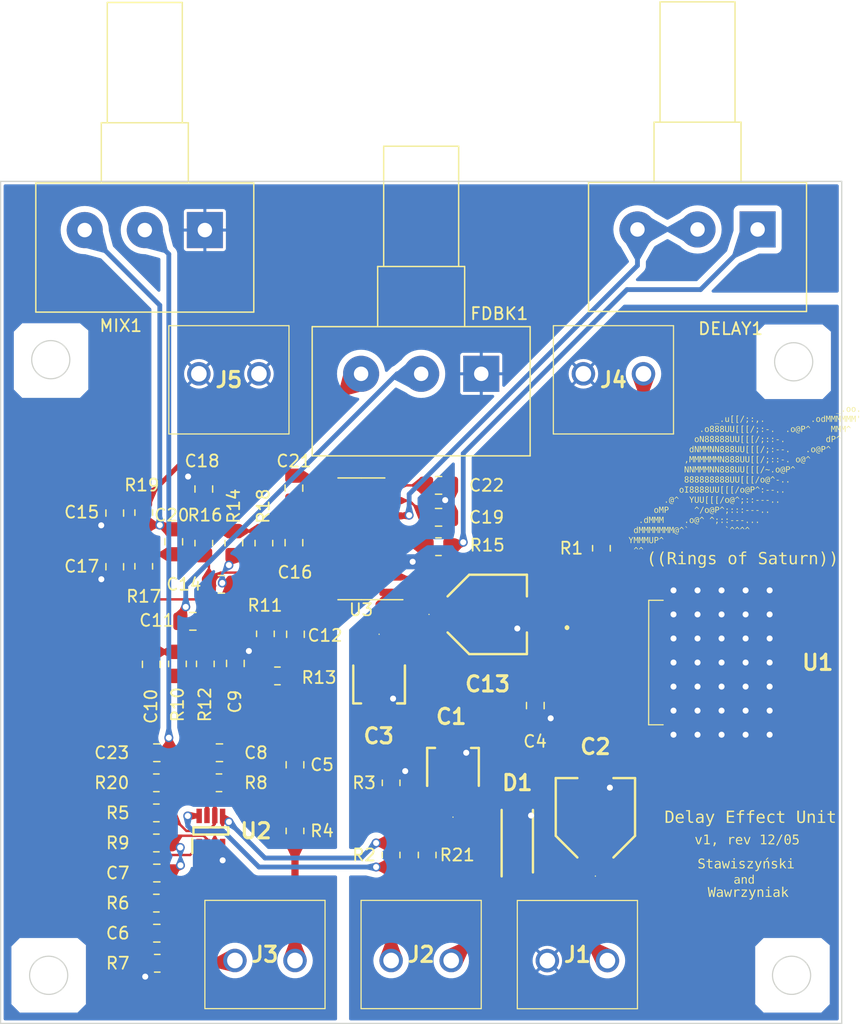
<source format=kicad_pcb>
(kicad_pcb (version 20221018) (generator pcbnew)
  (layers (0 "F.Cu" signal) (31 "B.Cu" signal) (34 "B.Paste" user) (35 "F.Paste" user) (36 "B.SilkS" user "B.Silkscreen") (37 "F.SilkS" user "F.Silkscreen") (38 "B.Mask" user) (39 "F.Mask" user) (44 "Edge.Cuts" user))
  (net 0 "")
  (net 1 "/V_B")
  (net 2 "0")
  (net 3 "/+LED")
  (net 4 "/REG_OUT")
  (net 5 "Net-(C5-Pad1)")
  (net 6 "Net-(C5-Pad2)")
  (net 7 "/INPUT")
  (net 8 "Net-(C6-Pad2)")
  (net 9 "Net-(U2A--)")
  (net 10 "/SIGNAL_CLEAN")
  (net 11 "Net-(U2B--)")
  (net 12 "Net-(C9-Pad1)")
  (net 13 "Net-(C10-Pad1)")
  (net 14 "Net-(C11-Pad1)")
  (net 15 "Net-(C11-Pad2)")
  (net 16 "Net-(U3-LPF1-IN)")
  (net 17 "Net-(U3-LPF1-OUT)")
  (net 18 "Net-(U3-REF)")
  (net 19 "Net-(U3-LPF2-OUT)")
  (net 20 "Net-(U3-LPF2-IN)")
  (net 21 "Net-(C15-Pad1)")
  (net 22 "Net-(U3-OP2-OUT)")
  (net 23 "Net-(U3-OP2-IN)")
  (net 24 "Net-(C17-Pad2)")
  (net 25 "Net-(C18-Pad2)")
  (net 26 "Net-(U3-CC1)")
  (net 27 "Net-(C20-Pad2)")
  (net 28 "Net-(U3-OP1-IN)")
  (net 29 "Net-(U3-OP1-OUT)")
  (net 30 "Net-(U3-CC0)")
  (net 31 "Net-(C23-Pad1)")
  (net 32 "/SIGNAL_WET")
  (net 33 "/-LED")
  (net 34 "Net-(D2-A)")
  (net 35 "Net-(DELAY1-Pad1)")
  (net 36 "Net-(U3-VCO)")
  (net 37 "/OUTPUT")
  (net 38 "VDD")
  (net 39 "Net-(U3-DGND)")
  (footprint "Resistor_SMD:R_0805_2012Metric_Pad1.20x1.40mm_HandSolder" (layer "F.Cu") (at 131.911 100.075 -90)
    (fp_text reference "R16")
    (fp_text value "10k" hide)
  )
  (footprint "Resistor_SMD:R_0805_2012Metric_Pad1.20x1.40mm_HandSolder" (layer "F.Cu") (at 165 100.5 -90)
    (fp_text reference "R1")
    (fp_text value "33" hide)
  )
  (footprint "Capacitor_SMD:C_0805_2012Metric_Pad1.18x1.45mm_HandSolder" (layer "F.Cu") (at 128 127.5 180)
    (fp_text reference "C7")
    (fp_text value "47pF" hide)
  )
  (footprint "Terminal:TB00150002BE" (layer "F.Cu") (at 136.5 86 180)
    (fp_text reference "J5")
    (fp_text value "IO_Ground_Terminal_01x02" hide)
  )
  (footprint "Capacitor_SMD:C_0805_2012Metric_Pad1.18x1.45mm_HandSolder" (layer "F.Cu") (at 151.4485 97.9275)
    (fp_text reference "C19")
    (fp_text value "100nF" hide)
  )
  (footprint "Capacitor_SMD:C_0805_2012Metric_Pad1.18x1.45mm_HandSolder" (layer "F.Cu") (at 139.5375 107.65 -90)
    (fp_text reference "C12")
    (fp_text value "2n2" hide)
  )
  (footprint "Resistor_SMD:R_0805_2012Metric_Pad1.20x1.40mm_HandSolder" (layer "F.Cu") (at 126.911 97.5375 -90)
    (fp_text reference "R19")
    (fp_text value "2k" hide)
  )
  (footprint "Resistor_SMD:R_0805_2012Metric_Pad1.20x1.40mm_HandSolder" (layer "F.Cu") (at 127.9625 125 180)
    (fp_text reference "R9")
    (fp_text value "360k" hide)
  )
  (footprint "Resistor_SMD:R_0805_2012Metric_Pad1.20x1.40mm_HandSolder" (layer "F.Cu") (at 138.0375 111.1125)
    (fp_text reference "R13")
    (fp_text value "10k" hide)
  )
  (footprint "Package_SO:SOIC-16_3.9x9.9mm_P1.27mm" (layer "F.Cu") (at 145.025 99.7165 180)
    (fp_text reference "U3")
    (fp_text value "PT2399")
  )
  (footprint "Resistor_SMD:R_0805_2012Metric_Pad1.20x1.40mm_HandSolder" (layer "F.Cu") (at 136.911 100.075 -90)
    (fp_text reference "R18")
    (fp_text value "10k" hide)
  )
  (footprint "Resistor_SMD:R_0805_2012Metric_Pad1.20x1.40mm_HandSolder" (layer "F.Cu") (at 151.439979 100.3715 180)
    (fp_text reference "R15")
    (fp_text value "2k7" hide)
  )
  (footprint "Capacitor_SMD:C_0805_2012Metric_Pad1.18x1.45mm_HandSolder" (layer "F.Cu") (at 139.411 100.0375 90)
    (fp_text reference "C16")
    (fp_text value "100nF" hide)
  )
  (footprint "Diodes:TB00150002BE" (layer "F.Cu") (at 147.5 134.7715)
    (fp_text reference "J2")
    (fp_text value "LED_Socket_01x02" hide)
  )
  (footprint "Capacitor_SMD:C_0805_2012Metric_Pad1.18x1.45mm_HandSolder" (layer "F.Cu") (at 129.411 99.9625 90)
    (fp_text reference "C20")
    (fp_text value "1uF" hide)
  )
  (footprint "Terminal:TB00150002BE" (layer "F.Cu") (at 168.5 86 180)
    (fp_text reference "J4")
    (fp_text value "Power_Supply_Terminal_01x02" hide)
  )
  (footprint "Resistor_SMD:R_0805_2012Metric_Pad1.20x1.40mm_HandSolder" (layer "F.Cu") (at 133.175 119.997 180)
    (fp_text reference "R8")
    (fp_text value "12k" hide)
  )
  (footprint "Resistor_SMD:R_0805_2012Metric_Pad1.20x1.40mm_HandSolder" (layer "F.Cu") (at 134.411 100.075 90)
    (fp_text reference "R14")
    (fp_text value "20k" hide)
  )
  (footprint "Potentiometer_THT:Potentiometer_Alps_RK163_Single_Horizontal" (layer "F.Cu") (at 155 86 -90)
    (fp_text reference "FDBK1")
    (fp_text value "50kB")
  )
  (footprint "Resistor_SMD:R_0805_2012Metric_Pad1.20x1.40mm_HandSolder" (layer "F.Cu") (at 127.9625 122.5)
    (fp_text reference "R5")
    (fp_text value "22k" hide)
  )
  (footprint "Capacitor_SMD:C_0805_2012Metric_Pad1.18x1.45mm_HandSolder" (layer "F.Cu") (at 133.3735 103.5 180)
    (fp_text reference "C14")
    (fp_text value "2n2" hide)
  )
  (footprint "Capacitor:EEE1AA101SP" (layer "F.Cu") (at 155.5 106)
    (fp_text reference "C13")
    (fp_text value "47uF" hide)
  )
  (footprint "Ic:SOT65P280X110-8N" (layer "F.Cu") (at 132.5 124 90)
    (fp_text reference "U2")
    (fp_text value "TL072" hide)
  )
  (footprint "Capacitor_SMD:C_0805_2012Metric_Pad1.18x1.45mm_HandSolder" (layer "F.Cu") (at 128 117.5 180)
    (fp_text reference "C23")
    (fp_text value "1uF" hide)
  )
  (footprint "Capacitor_SMD:C_0805_2012Metric_Pad1.18x1.45mm_HandSolder" (layer "F.Cu") (at 124.5 97.575 -90)
    (fp_text reference "C15")
    (fp_text value "47nF" hide)
  )
  (footprint "Resistor_SMD:R_0805_2012Metric_Pad1.20x1.40mm_HandSolder" (layer "F.Cu") (at 127.9625 130)
    (fp_text reference "R6")
    (fp_text value "180k" hide)
  )
  (footprint "Resistor_SMD:R_0805_2012Metric_Pad1.20x1.40mm_HandSolder" (layer "F.Cu") (at 139.5 124 -90)
    (fp_text reference "R4")
    (fp_text value "1k" hide)
  )
  (footprint "Capacitor:EEE1AA220WR" (layer "F.Cu") (at 146.5 111.25 -90)
    (fp_text reference "C3")
    (fp_text value "10uF" hide)
  )
  (footprint "Capacitor_SMD:C_0805_2012Metric_Pad1.18x1.45mm_HandSolder" (layer "F.Cu") (at 124.5 102.0375 90)
    (fp_text reference "C17")
    (fp_text value "10nF" hide)
  )
  (footprint "Resistor_SMD:R_0805_2012Metric_Pad1.20x1.40mm_HandSolder" (layer "F.Cu") (at 132.0375 110.1125 90)
    (fp_text reference "R12")
    (fp_text value "5k1" hide)
  )
  (footprint "Resistor_SMD:R_0805_2012Metric_Pad1.20x1.40mm_HandSolder" (layer "F.Cu") (at 150.5 126 90)
    (fp_text reference "R21")
    (fp_text value "4k7" hide)
  )
  (footprint "Capacitor_SMD:C_0805_2012Metric_Pad1.18x1.45mm_HandSolder" (layer "F.Cu") (at 131 106.575 180)
    (fp_text reference "C11")
    (fp_text value "22nF" hide)
  )
  (footprint "Diodes:DIOM5226X240N" (layer "F.Cu") (at 158 124.85 90)
    (fp_text reference "D1")
    (fp_text value "1N4001" hide)
  )
  (footprint "Capacitor_SMD:C_0805_2012Metric_Pad1.18x1.45mm_HandSolder" (layer "F.Cu") (at 131.911 95.575 -90)
    (fp_text reference "C18")
    (fp_text value "15nF" hide)
  )
  (footprint "Resistor_SMD:R_0805_2012Metric_Pad1.20x1.40mm_HandSolder" (layer "F.Cu") (at 128.0375 135 180)
    (fp_text reference "R7")
    (fp_text value "1M" hide)
  )
  (footprint "Capacitor_SMD:C_0805_2012Metric_Pad1.18x1.45mm_HandSolder" (layer "F.Cu") (at 139.411 95.504 90)
    (fp_text reference "C21")
    (fp_text value "100nF" hide)
  )
  (footprint "Ic:L7805CD2T" (layer "F.Cu") (at 170.138 110 -90)
    (fp_text reference "U1")
    (fp_text value "L7805" hide)
  )
  (footprint "Terminal:TB00150002BE" (layer "F.Cu") (at 134.5 134.7695)
    (fp_text reference "J3")
    (fp_text value "Footswitch_Terminal_Signal_01x02" hide)
  )
  (footprint "Resistor_SMD:R_0805_2012Metric_Pad1.20x1.40mm_HandSolder" (layer "F.Cu") (at 129.718 110.1125 90)
    (fp_text reference "R10")
    (fp_text value "10k" hide)
  )
  (footprint "Resistor_SMD:R_0805_2012Metric_Pad1.20x1.40mm_HandSolder" (layer "F.Cu") (at 147.5 120 90)
    (fp_text reference "R3")
    (fp_text value "10k" hide)
  )
  (footprint "Resistor_SMD:R_0805_2012Metric_Pad1.20x1.40mm_HandSolder" (layer "F.Cu") (at 127.9625 120 180)
    (fp_text reference "R20")
    (fp_text value "20k" hide)
  )
  (footprint "Capacitor:EEE1AA220WR" (layer "F.Cu") (at 152.64856 119.25 90)
    (fp_text reference "C1")
    (fp_text value "10uF" hide)
  )
  (footprint "Resistor_SMD:R_0805_2012Metric_Pad1.20x1.40mm_HandSolder" (layer "F.Cu") (at 126.911 102 90)
    (fp_text reference "R17")
    (fp_text value "1k" hide)
  )
  (footprint "Capacitor_SMD:C_0805_2012Metric_Pad1.18x1.45mm_HandSolder" (layer "F.Cu") (at 159.5 113.5775 -90)
    (fp_text reference "C4")
    (fp_text value "100nF" hide)
  )
  (footprint "Capacitor_SMD:C_0805_2012Metric_Pad1.18x1.45mm_HandSolder" (layer "F.Cu") (at 133.2125 117.5 180)
    (fp_text reference "C8")
    (fp_text value "100pF" hide)
  )
  (footprint "Capacitor_SMD:C_0805_2012Metric_Pad1.18x1.45mm_HandSolder" (layer "F.Cu") (at 134.5375 110.075 90)
    (fp_text reference "C9")
    (fp_text value "4n7" hide)
  )
  (footprint "Capacitor_SMD:C_0805_2012Metric_Pad1.18x1.45mm_HandSolder" (layer "F.Cu") (at 151.4485 95.2715)
    (fp_text reference "C22")
    (fp_text value "100nF" hide)
  )
  (footprint "Capacitor_SMD:C_0805_2012Metric_Pad1.18x1.45mm_HandSolder" (layer "F.Cu") (at 128 132.5 180)
    (fp_text reference "C6")
    (fp_text value "22nF" hide)
  )
  (footprint "Capacitor:EEE1AA101SP" (layer "F.Cu") (at 164.5 122.9055 90)
    (fp_text reference "C2")
    (fp_text value "100uF" hide)
  )
  (footprint "Potentiometer_THT:Potentiometer_Alps_RK163_Single_Horizontal" (layer "F.Cu") (at 132 74.05 -90)
    (fp_text reference "MIX1")
    (fp_text value "50kB")
  )
  (footprint "Terminal:TB00150002BE" (layer "F.Cu") (at 160.5 134.7795)
    (fp_text reference "J1")
    (fp_text value "Footswitch_Terminal_01x02" hide)
  )
  (footprint "Capacitor_SMD:C_0805_2012Metric_Pad1.18x1.45mm_HandSolder" (layer "F.Cu") (at 139.5 118.5 -90)
    (fp_text reference "C5")
    (fp_text value "1uF" hide)
  )
  (footprint "Capacitor_SMD:C_0805_2012Metric_Pad1.18x1.45mm_HandSolder" (layer "F.Cu") (at 127.5375 110.15 -90)
    (fp_text reference "C10")
    (fp_text value "1uF" hide)
  )
  (footprint "Potentiometer_THT:Potentiometer_Alps_RK163_Single_Horizontal" (layer "F.Cu") (at 178 74 -90)
    (fp_text reference "DELAY1")
    (fp_text value "50kB")
  )
  (footprint "Resistor_SMD:R_0805_2012Metric_Pad1.20x1.40mm_HandSolder" (layer "F.Cu") (at 147.5 126 -90)
    (fp_text reference "R2")
    (fp_text value "10k" hide)
  )
  (footprint "Resistor_SMD:R_0805_2012Metric_Pad1.20x1.40mm_HandSolder" (layer "F.Cu") (at 137.0375 107.6125 90)
    (fp_text reference "R11")
    (fp_text value "10k" hide)
  )
  (gr_circle (center 181 85) (end 182.5875 85) (stroke (width 0.1)) (fill none) (layer "Edge.Cuts"))
  (gr_circle (center 119.175 84.825) (end 120.7625 84.825) (stroke (width 0.1)) (fill none) (layer "Edge.Cuts"))
  (gr_line (start 115 70) (end 115 140) (stroke (width 0.1)) (layer "Edge.Cuts"))
  (gr_line (start 115 140) (end 185 140) (stroke (width 0.1)) (layer "Edge.Cuts"))
  (gr_line (start 185 140) (end 185 70) (stroke (width 0.1)) (layer "Edge.Cuts"))
  (gr_circle (center 180.825 136) (end 182.4125 136) (stroke (width 0.1)) (fill none) (layer "Edge.Cuts"))
  (gr_circle (center 119 136) (end 120.5875 136) (stroke (width 0.1)) (fill none) (layer "Edge.Cuts"))
  (gr_line (start 185 70) (end 115 70) (stroke (width 0.1)) (layer "Edge.Cuts"))
  (gr_text "Delay Effect Unit" (at 170.25 123.5) (layer "F.SilkS") (effects (font (size 1 1)) (justify left bottom)))
  (gr_text "Wawrzyniak" (at 173.849548 129.618023) (layer "F.SilkS") (effects (font (size 0.8 0.8)) (justify left bottom)))
  (gr_text "Stawiszyński" (at 173 127.25) (layer "F.SilkS") (effects (font (size 0.8 0.8)) (justify left bottom)))
  (gr_text "and" (at 176 128.5) (layer "F.SilkS") (effects (font (size 0.7 0.7)) (justify left bottom)))
  (gr_text "                                         _.oo.\n                 _.u[[/;:,.         .odMMMMMM'\n              .o888UU[[[/;:-.  .o@P^    MMM^\n             oN88888UU[[[/;::-.        dP^\n            dNMMNN888UU[[[/;:--.   .o@P^\n           ,MMMMMMN888UU[[/;::-. o@^\n           NNMMMNN888UU[[[/~.o@P^\n           888888888UU[[[/o@^-..\n          oI8888UU[[[/o@P^:--..\n       .@^  YUU[[[/o@^;::---..\n     oMP     ^/o@P^;:::---..\n  .dMMM    .o@^ ^;::---...\n dMMMMMMM@^`       `^^^^\nYMMMUP^\n ^^" (at 167.25 101) (layer "F.SilkS") (effects (font (size 0.5 0.5) (thickness 0.0625)) (justify left bottom)))
  (gr_text "((Rings of Saturn))" (at 168.75 102) (layer "F.SilkS") (effects (font (size 1 1)) (justify left bottom)))
  (gr_text "v1, rev 12/05" (at 172.75 125.25) (layer "F.SilkS") (effects (font (size 0.8 0.8)) (justify left bottom)))
  (segment (start 133.475 122.75) (end 133.5 122.75) (width 0.4) (layer "F.Cu") (net 1))
  (segment (start 133.475 123.7) (end 132.825 124.35) (width 0.2) (layer "F.Cu") (net 1))
  (segment (start 133.5 122.75) (end 134 123.25) (width 0.4) (layer "F.Cu") (net 1))
  (segment (start 147.5 121) (end 152.64856 121) (width 0.6) (layer "F.Cu") (net 1))
  (segment (start 147.5 125) (end 146.25 125) (width 0.4) (layer "F.Cu") (net 1))
  (segment (start 133.475 122.75) (end 133.475 123.7) (width 0.2) (layer "F.Cu") (net 1))
  (segment (start 147.5 125) (end 147.5 121) (width 0.6) (layer "F.Cu") (net 1))
  (segment (start 132.825 124.35) (end 132.825 125.25) (width 0.2) (layer "F.Cu") (net 1))
  (via (at 134 123.25) (size 0.75) (drill 0.5) (layers "F.Cu" "B.Cu") (net 1))
  (via (at 146.25 125) (size 0.75) (drill 0.5) (layers "F.Cu" "B.Cu") (net 1))
  (segment (start 145 126.25) (end 137 126.25) (width 0.4) (layer "B.Cu") (net 1))
  (segment (start 146.25 125) (end 145 126.25) (width 0.4) (layer "B.Cu") (net 1))
  (segment (start 137 126.25) (end 134 123.25) (width 0.4) (layer "B.Cu") (net 1))
  (segment (start 133.475 126.437735) (end 133.478803 126.441538) (width 0.4) (layer "F.Cu") (net 2))
  (segment (start 131.911 94.5375) (end 130.605384 94.5375) (width 0.4) (layer "F.Cu") (net 2))
  (segment (start 158 106) (end 158 107.16798) (width 0.4) (layer "F.Cu") (net 2))
  (segment (start 130.605384 94.5375) (end 130.601923 94.540961) (width 0.4) (layer "F.Cu") (net 2))
  (segment (start 160.758365 114.615) (end 160.777884 114.634519) (width 0.4) (layer "F.Cu") (net 2))
  (segment (start 147.5 119) (end 148.64625 119) (width 0.4) (layer "F.Cu") (net 2))
  (segment (start 127.0375 135) (end 127.0375 136.109165) (width 0.4) (layer "F.Cu") (net 2))
  (segment (start 147.5 101.6215) (end 149.292269 101.6215) (width 0.4) (layer "F.Cu") (net 2))
  (segment (start 159.5 114.615) (end 160.758365 114.615) (width 0.4) (layer "F.Cu") (net 2))
  (segment (start 124.5 98.6125) (end 123.391923 98.6125) (width 0.4) (layer "F.Cu") (net 2))
  (segment (start 124.5 103.075) (end 123.385672 103.075) (width 0.4) (layer "F.Cu") (net 2))
  (segment (start 148.64625 119) (end 148.672211 119.025961) (width 0.4) (layer "F.Cu") (net 2))
  (segment (start 135.6575 109.0375) (end 135.66173 109.04173) (width 0.4) (layer "F.Cu") (net 2))
  (segment (start 146.5 113) (end 147.660576 113) (width 0.4) (layer "F.Cu") (net 2))
  (segment (start 147.660576 113) (end 147.66173 112.998846) (width 0.4) (layer "F.Cu") (net 2))
  (segment (start 152.486 96.5) (end 152.486 97.9275) (width 0.4) (layer "F.Cu") (net 2))
  (segment (start 164.5 120.4055) (end 165.701807 120.4055) (width 0.4) (layer "F.Cu") (net 2))
  (segment (start 152.486 96.5) (end 152 96.5) (width 0.4) (layer "F.Cu") (net 2))
  (segment (start 133.475 125.25) (end 133.475 126.437735) (width 0.4) (layer "F.Cu") (net 2))
  (segment (start 158 122.7) (end 159.126731 122.7) (width 0.4) (layer "F.Cu") (net 2))
  (segment (start 165.701807 120.4055) (end 165.705288 120.402019) (width 0.4) (layer "F.Cu") (net 2))
  (segment (start 152.64856 117.5) (end 153.75 117.5) (width 0.4) (layer "F.Cu") (net 2))
  (segment (start 134.5375 109.0375) (end 135.6575 109.0375) (width 0.4) (layer "F.Cu") (net 2))
  (segment (start 127.0375 136.109165) (end 127.036153 136.110512) (width 0.4) (layer "F.Cu") (net 2))
  (segment (start 152.486 95.2715) (end 152.486 96.5) (width 0.4) (layer "F.Cu") (net 2))
  (segment (start 123.385672 103.075) (end 123.384519 103.076153) (width 0.4) (layer "F.Cu") (net 2))
  (segment (start 158 107.16798) (end 158.000769 107.168749) (width 0.4) (layer "F.Cu") (net 2))
  (segment (start 123.391923 98.6125) (end 123.374038 98.594615) (width 0.4) (layer "F.Cu") (net 2))
  (segment (start 159.126731 122.7) (end 159.144615 122.717884) (width 0.4) (layer "F.Cu") (net 2))
  (segment (start 149.292269 101.6215) (end 149.292884 101.622115) (width 0.4) (layer "F.Cu") (net 2))
  (via (at 135.66173 109.04173) (size 0.75) (drill 0.5) (layers "F.Cu" "B.Cu") (net 2))
  (via (at 175 108) (size 0.75) (drill 0.5) (layers "F.Cu" "B.Cu") (net 2))
  (via (at 173 106) (size 0.75) (drill 0.5) (layers "F.Cu" "B.Cu") (net 2))
  (via (at 153.75 117.5) (size 0.75) (drill 0.5) (layers "F.Cu" "B.Cu") (net 2))
  (via (at 158.000769 107.168749) (size 0.75) (drill 0.5) (layers "F.Cu" "B.Cu") (net 2))
  (via (at 179 112) (size 0.75) (drill 0.5) (layers "F.Cu" "B.Cu") (net 2))
  (via (at 171 112) (size 0.75) (drill 0.5) (layers "F.Cu" "B.Cu") (net 2))
  (via (at 171 116) (size 0.75) (drill 0.5) (layers "F.Cu" "B.Cu") (net 2))
  (via (at 177 108) (size 0.75) (drill 0.5) (layers "F.Cu" "B.Cu") (net 2))
  (via (at 171 110) (size 0.75) (drill 0.5) (layers "F.Cu" "B.Cu") (net 2))
  (via (at 173 108) (size 0.75) (drill 0.5) (layers "F.Cu" "B.Cu") (net 2))
  (via (at 149.292884 101.622115) (size 0.75) (drill 0.5) (layers "F.Cu" "B.Cu") (net 2))
  (via (at 177 116) (size 0.75) (drill 0.5) (layers "F.Cu" "B.Cu") (net 2))
  (via (at 123.374038 98.594615) (size 0.75) (drill 0.5) (layers "F.Cu" "B.Cu") (net 2))
  (via (at 179 110) (size 0.75) (drill 0.5) (layers "F.Cu" "B.Cu") (net 2))
  (via (at 175 114) (size 0.75) (drill 0.5) (layers "F.Cu" "B.Cu") (net 2))
  (via (at 133.478803 126.441538) (size 0.75) (drill 0.5) (layers "F.Cu" "B.Cu") (net 2))
  (via (at 130.601923 94.540961) (size 0.75) (drill 0.5) (layers "F.Cu" "B.Cu") (net 2))
  (via (at 173 114) (size 0.75) (drill 0.5) (layers "F.Cu" "B.Cu") (net 2))
  (via (at 127.036153 136.110512) (size 0.75) (drill 0.5) (layers "F.Cu" "B.Cu") (net 2))
  (via (at 179 106) (size 0.75) (drill 0.5) (layers "F.Cu" "B.Cu") (net 2))
  (via (at 171 108) (size 0.75) (drill 0.5) (layers "F.Cu" "B.Cu") (net 2))
  (via (at 177 106) (size 0.75) (drill 0.5) (layers "F.Cu" "B.Cu") (net 2))
  (via (at 179 116) (size 0.75) (drill 0.5) (layers "F.Cu" "B.Cu") (net 2))
  (via (at 175 112) (size 0.75) (drill 0.5) (layers "F.Cu" "B.Cu") (net 2))
  (via (at 171 106) (size 0.75) (drill 0.5) (layers "F.Cu" "B.Cu") (net 2))
  (via (at 152 96.5) (size 0.75) (drill 0.5) (layers "F.Cu" "B.Cu") (net 2))
  (via (at 177 114) (size 0.75) (drill 0.5) (layers "F.Cu" "B.Cu") (net 2))
  (via (at 179 108) (size 0.75) (drill 0.5) (layers "F.Cu" "B.Cu") (net 2))
  (via (at 171 114) (size 0.75) (drill 0.5) (layers "F.Cu" "B.Cu") (net 2))
  (via (at 179 114) (size 0.75) (drill 0.5) (layers "F.Cu" "B.Cu") (net 2))
  (via (at 175 104) (size 0.75) (drill 0.5) (layers "F.Cu" "B.Cu") (net 2))
  (via (at 173 110) (size 0.75) (drill 0.5) (layers "F.Cu" "B.Cu") (net 2))
  (via (at 173 116) (size 0.75) (drill 0.5) (layers "F.Cu" "B.Cu") (net 2))
  (via (at 173 104) (size 0.75) (drill 0.5) (layers "F.Cu" "B.Cu") (net 2))
  (via (at 179 104) (size 0.75) (drill 0.5) (layers "F.Cu" "B.Cu") (net 2))
  (via (at 165.705288 120.402019) (size 0.75) (drill 0.5) (layers "F.Cu" "B.Cu") (net 2))
  (via (at 148.672211 119.025961) (size 0.75) (drill 0.5) (layers "F.Cu" "B.Cu") (net 2))
  (via (at 175 110) (size 0.75) (drill 0.5) (layers "F.Cu" "B.Cu") (net 2))
  (via (at 123.384519 103.076153) (size 0.75) (drill 0.5) (layers "F.Cu" "B.Cu") (net 2))
  (via (at 175 116) (size 0.75) (drill 0.5) (layers "F.Cu" "B.Cu") (net 2))
  (via (at 159.144615 122.717884) (size 0.75) (drill 0.5) (layers "F.Cu" "B.Cu") (net 2))
  (via (at 173 112) (size 0.75) (drill 0.5) (layers "F.Cu" "B.Cu") (net 2))
  (via (at 177 112) (size 0.75) (drill 0.5) (layers "F.Cu" "B.Cu") (net 2))
  (via (at 177 104) (size 0.75) (drill 0.5) (layers "F.Cu" "B.Cu") (net 2))
  (via (at 175 106) (size 0.75) (drill 0.5) (layers "F.Cu" "B.Cu") (net 2))
  (via (at 160.777884 114.634519) (size 0.75) (drill 0.5) (layers "F.Cu" "B.Cu") (net 2))
  (via (at 171 104) (size 0.75) (drill 0.5) (layers "F.Cu" "B.Cu") (net 2))
  (via (at 177 110) (size 0.75) (drill 0.5) (layers "F.Cu" "B.Cu") (net 2))
  (via (at 147.66173 112.998846) (size 0.75) (drill 0.5) (layers "F.Cu" "B.Cu") (net 2))
  (segment (start 165 107.46) (end 168 110.46) (width 0.6) (layer "F.Cu") (net 3))
  (segment (start 147.5 134.7715) (end 147.5 127) (width 0.6) (layer "F.Cu") (net 3))
  (segment (start 130.581537 122.75) (end 130.575961 122.755576) (width 0.4) (layer "F.Cu") (net 3))
  (segment (start 162.9055 127) (end 158 127) (width 0.6) (layer "F.Cu") (net 3))
  (segment (start 168 110.46) (end 168 121.9055) (width 0.6) (layer "F.Cu") (net 3))
  (segment (start 147.5 127) (end 146.25 127) (width 0.4) (layer "F.Cu") (net 3))
  (segment (start 164.5 125.4055) (end 162.9055 127) (width 0.6) (layer "F.Cu") (net 3))
  (segment (start 150.5 127) (end 158 127) (width 0.6) (layer "F.Cu") (net 3))
  (segment (start 165 101.5) (end 165 107.46) (width 0.6) (layer "F.Cu") (net 3))
  (segment (start 131.525 122.75) (end 130.581537 122.75) (width 0.4) (layer "F.Cu") (net 3))
  (segment (start 150.5 127) (end 147.5 127) (width 0.6) (layer "F.Cu") (net 3))
  (segment (start 168 121.9055) (end 164.5 125.4055) (width 0.6) (layer "F.Cu") (net 3))
  (via (at 130.575961 122.755576) (size 0.75) (drill 0.5) (layers "F.Cu" "B.Cu") (net 3))
  (via (at 146.25 127) (size 0.75) (drill 0.5) (layers "F.Cu" "B.Cu") (net 3))
  (segment (start 133.5 124) (end 136.5 127) (width 0.4) (layer "B.Cu") (net 3))
  (segment (start 131 124) (end 133.5 124) (width 0.4) (layer "B.Cu") (net 3))
  (segment (start 130.575961 123.575961) (end 131 124) (width 0.4) (layer "B.Cu") (net 3))
  (segment (start 136.5 127) (end 146.25 127) (width 0.4) (layer "B.Cu") (net 3))
  (segment (start 130.575961 122.755576) (end 130.575961 123.575961) (width 0.4) (layer "B.Cu") (net 3))
  (segment (start 149.54 112.54) (end 146.5 109.5) (width 0.6) (layer "F.Cu") (net 4))
  (segment (start 159.5 112.54) (end 149.54 112.54) (width 0.6) (layer "F.Cu") (net 4))
  (segment (start 165 112.54) (end 159.5 112.54) (width 0.6) (layer "F.Cu") (net 4))
  (segment (start 146.5 105.1615) (end 147.5 104.1615) (width 0.6) (layer "F.Cu") (net 4))
  (segment (start 146.5 109.5) (end 146.5 105.1615) (width 0.6) (layer "F.Cu") (net 4))
  (segment (start 138.0375 116) (end 133.675 116) (width 0.6) (layer "F.Cu") (net 5))
  (segment (start 132.175 119.997) (end 132.175 122.75) (width 0.2) (layer "F.Cu") (net 5))
  (segment (start 139.5 117.4625) (end 138.0375 116) (width 0.6) (layer "F.Cu") (net 5))
  (segment (start 132.175 119.997) (end 132.175 117.5) (width 0.2) (layer "F.Cu") (net 5))
  (segment (start 133.675 116) (end 132.175 117.5) (width 0.6) (layer "F.Cu") (net 5))
  (segment (start 139.5 123) (end 139.5 119.5375) (width 0.6) (layer "F.Cu") (net 6))
  (segment (start 134.2695 135) (end 134.5 134.7695) (width 0.6) (layer "F.Cu") (net 7))
  (segment (start 129.0375 135) (end 129.0375 132.5) (width 0.2) (layer "F.Cu") (net 7))
  (segment (start 129 135) (end 134.2695 135) (width 0.6) (layer "F.Cu") (net 7))
  (segment (start 126.9625 132.5) (end 126.9625 130) (width 0.2) (layer "F.Cu") (net 8))
  (segment (start 128.9625 125) (end 129.5625 124.4) (width 0.2) (layer "F.Cu") (net 9))
  (segment (start 129.575461 125) (end 129.950961 125.3755) (width 0.2) (layer "F.Cu") (net 9))
  (segment (start 128.9625 127.575) (end 129.0375 127.5) (width 0.2) (layer "F.Cu") (net 9))
  (segment (start 129.5625 124.4) (end 131.9 124.4) (width 0.2) (layer "F.Cu") (net 9))
  (segment (start 129.327307 127.5) (end 129.968846 126.858461) (width 0.2) (layer "F.Cu") (net 9))
  (segment (start 132.175 124.675) (end 132.175 125.25) (width 0.2) (layer "F.Cu") (net 9))
  (segment (start 131.9 124.4) (end 132.175 124.675) (width 0.2) (layer "F.Cu") (net 9))
  (segment (start 128.9625 130) (end 128.9625 127.575) (width 0.2) (layer "F.Cu") (net 9))
  (segment (start 129.0375 127.5) (end 129.327307 127.5) (width 0.2) (layer "F.Cu") (net 9))
  (segment (start 128.9625 125) (end 129.575461 125) (width 0.2) (layer "F.Cu") (net 9))
  (via (at 129.950961 125.3755) (size 0.75) (drill 0.5) (layers "F.Cu" "B.Cu") (net 9))
  (via (at 129.968846 126.858461) (size 0.75) (drill 0.5) (layers "F.Cu" "B.Cu") (net 9))
  (segment (start 129.968846 126.858461) (end 129.968846 125.393385) (width 0.2) (layer "B.Cu") (net 9))
  (segment (start 129.968846 125.393385) (end 129.950961 125.3755) (width 0.2) (layer "B.Cu") (net 9))
  (segment (start 125.643713 112.356287) (end 125.643713 121.181213) (width 0.2) (layer "F.Cu") (net 10))
  (segment (start 125.643713 121.181213) (end 126.9625 122.5) (width 0.2) (layer "F.Cu") (net 10))
  (segment (start 130.775 126) (end 127.9625 126) (width 0.2) (layer "F.Cu") (net 10))
  (segment (start 131.525 125.25) (end 130.775 126) (width 0.2) (layer "F.Cu") (net 10))
  (segment (start 126.9625 125) (end 126.9625 122.5) (width 0.2) (layer "F.Cu") (net 10))
  (segment (start 126.8125 111.1875) (end 125.643713 112.356287) (width 0.2) (layer "F.Cu") (net 10))
  (segment (start 127.5375 111.1875) (end 126.8125 111.1875) (width 0.2) (layer "F.Cu") (net 10))
  (segment (start 126.9625 127.5) (end 126.9625 126.25) (width 0.2) (layer "F.Cu") (net 10))
  (segment (start 126.9625 126.25) (end 126.9625 125) (width 0.2) (layer "F.Cu") (net 10))
  (segment (start 127.9625 126) (end 126.9625 125) (width 0.2) (layer "F.Cu") (net 10))
  (segment (start 134.25 119.922) (end 134.175 119.997) (width 0.2) (layer "F.Cu") (net 11))
  (segment (start 134.175 119.997) (end 132.825 121.347) (width 0.2) (layer "F.Cu") (net 11))
  (segment (start 134.25 117.5) (end 134.25 119.922) (width 0.2) (layer "F.Cu") (net 11))
  (segment (start 132.825 121.347) (end 132.825 122.75) (width 0.2) (layer "F.Cu") (net 11))
  (segment (start 128.9625 120) (end 128.9625 122.5) (width 0.2) (layer "F.Cu") (net 11))
  (segment (start 130.4625 124) (end 132.25 124) (width 0.2) (layer "F.Cu") (net 11))
  (segment (start 128.9625 122.5) (end 130.4625 124) (width 0.2) (layer "F.Cu") (net 11))
  (segment (start 132.825 123.425) (end 132.825 122.75) (width 0.2) (layer "F.Cu") (net 11))
  (segment (start 132.25 124) (end 132.825 123.425) (width 0.2) (layer "F.Cu") (net 11))
  (segment (start 129.718 111.1125) (end 137.0375 111.1125) (width 0.2) (layer "F.Cu") (net 12))
  (segment (start 137.0375 111.1125) (end 137.0375 108.6125) (width 0.2) (layer "F.Cu") (net 12))
  (segment (start 127.5375 109.1125) (end 129.718 109.1125) (width 0.2) (layer "F.Cu") (net 13))
  (segment (start 132.0375 106.575) (end 132.0375 109.1125) (width 0.2) (layer "F.Cu") (net 14))
  (segment (start 129.9625 105.821615) (end 130.409615 105.3745) (width 0.4) (layer "F.Cu") (net 15))
  (segment (start 129.9625 106.575) (end 129.9625 105.821615) (width 0.4) (layer "F.Cu") (net 15))
  (via (at 130.409615 105.3745) (size 0.75) (drill 0.5) (layers "F.Cu" "B.Cu") (net 15))
  (segment (start 148 86) (end 150 86) (width 0.4) (layer "B.Cu") (net 15))
  (segment (start 130.409615 103.590385) (end 148 86) (width 0.4) (layer "B.Cu") (net 15))
  (segment (start 130.409615 105.3745) (end 130.409615 103.590385) (width 0.4) (layer "B.Cu") (net 15))
  (segment (start 139.5375 106.6125) (end 140.099 106.6125) (width 0.2) (layer "F.Cu") (net 16))
  (segment (start 140.099 106.6125) (end 142.55 104.1615) (width 0.2) (layer "F.Cu") (net 16))
  (segment (start 137.0375 106.6125) (end 139.5375 106.6125) (width 0.2) (layer "F.Cu") (net 16))
  (segment (start 140.2625 108.6875) (end 144 104.95) (width 0.2) (layer "F.Cu") (net 17))
  (segment (start 139.0375 109.15) (end 139.5375 108.65) (width 0.2) (layer "F.Cu") (net 17))
  (segment (start 143.525 102.8915) (end 142.55 102.8915) (width 0.2) (layer "F.Cu") (net 17))
  (segment (start 144 104.95) (end 144 103.3665) (width 0.2) (layer "F.Cu") (net 17))
  (segment (start 139.0375 111.1125) (end 139.0375 109.15) (width 0.2) (layer "F.Cu") (net 17))
  (segment (start 144 103.3665) (end 143.525 102.8915) (width 0.2) (layer "F.Cu") (net 17))
  (segment (start 139.5375 108.6875) (end 140.2625 108.6875) (width 0.2) (layer "F.Cu") (net 17))
  (segment (start 149.8915 102.8915) (end 147.5 102.8915) (width 0.2) (layer "F.Cu") (net 18))
  (segment (start 153 106) (end 149.8915 102.8915) (width 0.2) (layer "F.Cu") (net 18))
  (segment (start 134 101.9005) (end 134 101.486) (width 0.2) (layer "F.Cu") (net 19))
  (segment (start 139.6965 103.5) (end 141.575 101.6215) (width 0.2) (layer "F.Cu") (net 19))
  (segment (start 134.411 103.5) (end 139.6965 103.5) (width 0.2) (layer "F.Cu") (net 19))
  (segment (start 126.911 103) (end 126.911 103.661) (width 0.2) (layer "F.Cu") (net 19))
  (segment (start 133.5605 103.5) (end 133.448 103.3875) (width 0.2) (layer "F.Cu") (net 19))
  (segment (start 141.575 101.6215) (end 142.55 101.6215) (width 0.2) (layer "F.Cu") (net 19))
  (segment (start 134.411 103.5) (end 133.5605 103.5) (width 0.2) (layer "F.Cu") (net 19))
  (segment (start 128 104.75) (end 133.161 104.75) (width 0.2) (layer "F.Cu") (net 19))
  (segment (start 134 101.486) (end 134.411 101.075) (width 0.2) (layer "F.Cu") (net 19))
  (segment (start 126.911 103.661) (end 128 104.75) (width 0.2) (layer "F.Cu") (net 19))
  (segment (start 133.161 104.75) (end 134.411 103.5) (width 0.2) (layer "F.Cu") (net 19))
  (via (at 134 101.9005) (size 0.75) (drill 0.5) (layers "F.Cu" "B.Cu") (net 19))
  (via (at 133.448 103.3875) (size 0.75) (drill 0.5) (layers "F.Cu" "B.Cu") (net 19))
  (segment (start 133.448 102.552) (end 134 102) (width 0.2) (layer "B.Cu") (net 19))
  (segment (start 133.448 103.3875) (end 133.448 102.552) (width 0.2) (layer "B.Cu") (net 19))
  (segment (start 134 102) (end 134 101.9005) (width 0.2) (layer "B.Cu") (net 19))
  (segment (start 132.336 103.5) (end 133.311 102.525) (width 0.2) (layer "F.Cu") (net 20))
  (segment (start 132.336 103.5) (end 132.336 103.25) (width 0.2) (layer "F.Cu") (net 20))
  (segment (start 132.336 103.5) (end 132.336 101.5) (width 0.2) (layer "F.Cu") (net 20))
  (segment (start 139.480608 102.525) (end 141.654108 100.3515) (width 0.2) (layer "F.Cu") (net 20))
  (segment (start 133.311 102.525) (end 139.480608 102.525) (width 0.2) (layer "F.Cu") (net 20))
  (segment (start 141.654108 100.3515) (end 142.55 100.3515) (width 0.2) (layer "F.Cu") (net 20))
  (segment (start 132.336 101.5) (end 131.911 101.075) (width 0.2) (layer "F.Cu") (net 20))
  (segment (start 126.911 96.5375) (end 130.6985 92.75) (width 0.4) (layer "F.Cu") (net 21))
  (segment (start 130.6985 92.75) (end 138.25 92.75) (width 0.4) (layer "F.Cu") (net 21))
  (segment (start 124.5 96.5375) (end 126.911 96.5375) (width 0.2) (layer "F.Cu") (net 21))
  (segment (start 138.25 92.75) (end 145 86) (width 0.4) (layer "F.Cu") (net 21))
  (segment (start 141.442 99.0815) (end 142.55 99.0815) (width 0.2) (layer "F.Cu") (net 22))
  (segment (start 139.411 101.1125) (end 141.442 99.0815) (width 0.2) (layer "F.Cu") (net 22))
  (segment (start 136.911 101.075) (end 139.411 101.075) (width 0.2) (layer "F.Cu") (net 22))
  (segment (start 140.637 97.8115) (end 142.55 97.8115) (width 0.2) (layer "F.Cu") (net 23))
  (segment (start 139.411 99.0375) (end 140.637 97.8115) (width 0.2) (layer "F.Cu") (net 23))
  (segment (start 124.5 101) (end 126.911 101) (width 0.2) (layer "F.Cu") (net 24))
  (segment (start 126.911 101) (end 129.411 101) (width 0.2) (layer "F.Cu") (net 24))
  (segment (start 131.911 99.075) (end 134.411 99.075) (width 0.2) (layer "F.Cu") (net 25))
  (segment (start 131.911 99.075) (end 131.911 96.6125) (width 0.2) (layer "F.Cu") (net 25))
  (segment (start 134.411 99.075) (end 136.911 99.075) (width 0.2) (layer "F.Cu") (net 25))
  (segment (start 150.411 97.9275) (end 149.025 96.5415) (width 0.2) (layer "F.Cu") (net 26))
  (segment (start 149.025 96.5415) (end 147.5 96.5415) (width 0.2) (layer "F.Cu") (net 26))
  (segment (start 126.911 98.575) (end 128.25 98.575) (width 0.2) (layer "F.Cu") (net 27))
  (segment (start 129.061 98.575) (end 129.411 98.925) (width 0.2) (layer "F.Cu") (net 27))
  (segment (start 128.25 98.575) (end 129.061 98.575) (width 0.2) (layer "F.Cu") (net 27))
  (via (at 128.25 98.575) (size 0.75) (drill 0.5) (layers "F.Cu" "B.Cu") (net 27))
  (segment (start 128.25 80.3) (end 128.25 98.575) (width 0.4) (layer "B.Cu") (net 27))
  (segment (start 122 74.05) (end 128.25 80.3) (width 0.4) (layer "B.Cu") (net 27))
  (segment (start 139.411 96.5415) (end 142.55 96.5415) (width 0.2) (layer "F.Cu") (net 28))
  (segment (start 141.745 94.4665) (end 142.55 95.2715) (width 0.2) (layer "F.Cu") (net 29))
  (segment (start 139.411 94.4665) (end 141.745 94.4665) (width 0.2) (layer "F.Cu") (net 29))
  (segment (start 150.411 95.2715) (end 147.5 95.2715) (width 0.2) (layer "F.Cu") (net 30))
  (segment (start 129.0375 117.5) (end 129.0375 116.2875) (width 0.4) (layer "F.Cu") (net 31))
  (segment (start 129.0375 117.5) (end 129.0375 117.2875) (width 0.4) (layer "F.Cu") (net 31))
  (segment (start 129.0375 116.2875) (end 129 116.25) (width 0.4) (layer "F.Cu") (net 31))
  (segment (start 129.0375 117.2875) (end 129 117.25) (width 0.4) (layer "F.Cu") (net 31))
  (via (at 129 116.25) (size 0.75) (drill 0.5) (layers "F.Cu" "B.Cu") (net 31))
  (segment (start 129 76.05) (end 127 74.05) (width 0.4) (layer "B.Cu") (net 31))
  (segment (start 129 116.25) (end 129 76.05) (width 0.4) (layer "B.Cu") (net 31))
  (segment (start 126.9625 120) (end 126.9625 117.5) (width 0.2) (layer "F.Cu") (net 32))
  (segment (start 152.5 134.7715) (end 154.5215 132.75) (width 0.6) (layer "F.Cu") (net 33))
  (segment (start 165.5 134.7795) (end 165.5295 134.7795) (width 0.6) (layer "F.Cu") (net 33))
  (segment (start 154.5215 132.75) (end 163.4705 132.75) (width 0.6) (layer "F.Cu") (net 33))
  (segment (start 163.4705 132.75) (end 165.5 134.7795) (width 0.6) (layer "F.Cu") (net 33))
  (segment (start 165.5295 134.7795) (end 165.75 135) (width 0.6) (layer "F.Cu") (net 33))
  (segment (start 152.439979 100.3715) (end 153.1285 100.3715) (width 0.4) (layer "F.Cu") (net 35))
  (segment (start 178 74.111479) (end 178 74) (width 0.4) (layer "F.Cu") (net 35))
  (segment (start 153.1285 100.3715) (end 153.5 100) (width 0.4) (layer "F.Cu") (net 35))
  (via (at 153.5 100) (size 0.75) (drill 0.5) (layers "F.Cu" "B.Cu") (net 35))
  (segment (start 173.25 79) (end 178 74.25) (width 0.4) (layer "B.Cu") (net 35))
  (segment (start 153.5 100) (end 153.5 92.625) (width 0.4) (layer "B.Cu") (net 35))
  (segment (start 178 74.25) (end 178 74) (width 0.4) (layer "B.Cu") (net 35))
  (segment (start 153.5 92.625) (end 167.125 79) (width 0.4) (layer "B.Cu") (net 35))
  (segment (start 167.125 79) (end 173.25 79) (width 0.4) (layer "B.Cu") (net 35))
  (segment (start 148.9385 97.8115) (end 149 97.75) (width 0.4) (layer "F.Cu") (net 36))
  (segment (start 147.5 97.8115) (end 148.9385 97.8115) (width 0.4) (layer "F.Cu") (net 36))
  (via (at 149 97.75) (size 0.75) (drill 0.5) (layers "F.Cu" "B.Cu") (net 36))
  (segment (start 168 77) (end 168 74) (width 0.4) (layer "B.Cu") (net 36))
  (segment (start 149 97.75) (end 149 96) (width 0.4) (layer "B.Cu") (net 36))
  (segment (start 168 74) (end 173 74) (width 0.4) (layer "B.Cu") (net 36))
  (segment (start 149 96) (end 168 77) (width 0.4) (layer "B.Cu") (net 36))
  (segment (start 139.5 134.7695) (end 139.5 125) (width 0.6) (layer "F.Cu") (net 37))
  (segment (start 168.5 86) (end 168.5 96) (width 0.6) (layer "F.Cu") (net 38))
  (segment (start 168.5 96) (end 165 99.5) (width 0.6) (layer "F.Cu") (net 38))
  (segment (start 147.52 100.3715) (end 147.5 100.3515) (width 0.2) (layer "F.Cu") (net 39))
  (segment (start 150.439979 100.3715) (end 147.52 100.3715) (width 0.2) (layer "F.Cu") (net 39))
  (zone (net 0) (net_name "") (layer "B.Cu") (connect_pads (clearance 0)) (min_thickness 0.25)
    (keepout (tracks allowed) (vias allowed) (pads allowed) (copperpour not_allowed) (footprints allowed))
    (fill (thermal_gap 0.5) (thermal_bridge_width 0.5))
    (polygon (pts (xy 135 123.25) (xy 131 123.25) (xy 131 122) (xy 134.25 122)))
  )
  (zone (net 0) (net_name "") (layer "B.Cu") (connect_pads (clearance 0)) (min_thickness 0.25)
    (keepout (tracks allowed) (vias allowed) (pads allowed) (copperpour not_allowed) (footprints allowed))
    (fill (thermal_gap 0.5) (thermal_bridge_width 0.5))
    (polygon (pts (xy 143 139.75) (xy 144 139.75) (xy 144 107.25) (xy 143 107.25)))
  )
  (zone (net 0) (net_name "") (layer "B.Cu") (connect_pads (clearance 0)) (min_thickness 0.25)
    (keepout (tracks allowed) (vias allowed) (pads allowed) (copperpour not_allowed) (footprints allowed))
    (fill (thermal_gap 0.5) (thermal_bridge_width 0.5))
    (polygon (pts (xy 131 127) (xy 130.5 126.75) (xy 130.5 124.5) (xy 131 124.5)))
  )
  (zone (net 0) (net_name "") (layer "B.Cu") (connect_pads (clearance 0)) (min_thickness 0.25)
    (keepout (tracks allowed) (vias allowed) (pads allowed) (copperpour not_allowed) (footprints allowed))
    (fill (thermal_gap 0.5) (thermal_bridge_width 0.5))
    (polygon (pts (xy 149.75 100.25) (xy 150.4 99.75) (xy 152.75 99.75) (xy 152.75 100.25) (xy 150.5 100.25)))
  )
  (zone (net 0) (net_name "") (layer "B.Cu") (connect_pads (clearance 0)) (min_thickness 0.25)
    (keepout (tracks allowed) (vias allowed) (pads allowed) (copperpour not_allowed) (footprints allowed))
    (fill (thermal_gap 0.5) (thermal_bridge_width 0.5))
    (polygon (pts (xy 143 107.25) (xy 148.75 102.25) (xy 149.5 102.25) (xy 144 107.25)))
  )
  (zone (net 0) (net_name "") (layer "B.Cu") (connect_pads (clearance 0)) (min_thickness 0.25)
    (keepout (tracks allowed) (vias allowed) (pads allowed) (copperpour not_allowed) (footprints allowed))
    (fill (thermal_gap 0.5) (thermal_bridge_width 0.5))
    (polygon (pts (xy 166.5 80.25) (xy 184.75 80.25) (xy 184.75 79.25) (xy 167.5 79.25)))
  )
  (zone locked (net 2) (net_name "0") (layer "B.Cu") (name "GND") (connect_pads thru_hole_only (clearance 0.5)) (min_thickness 0.25) (fill yes (thermal_gap 0.25) (thermal_bridge_width 0.25))
    (polygon (pts (xy 115 70) (xy 185 70) (xy 185 140) (xy 115 140)))
  )
  (zone (net 0) (net_name "") (layer "B.Cu") (connect_pads (clearance 0)) (min_thickness 0.25)
    (keepout (tracks allowed) (vias allowed) (pads allowed) (copperpour not_allowed) (footprints allowed))
    (fill (thermal_gap 0.5) (thermal_bridge_width 0.5))
    (polygon (pts (xy 146.75 125.5) (xy 135.5 125.5) (xy 133.25 123) (xy 132 123) (xy 135.25 126.25) (xy 146.75 126.25)))
  )
  (zone (net 0) (net_name "") (layer "B.Cu") (connect_pads (clearance 0)) (min_thickness 0.25)
    (keepout (tracks allowed) (vias allowed) (pads allowed) (copperpour not_allowed) (footprints allowed))
    (fill (thermal_gap 0.5) (thermal_bridge_width 0.5))
    (polygon (pts (xy 148.75 101) (xy 149.4 100.5) (xy 149.75 100.25) (xy 150.5 100.25) (xy 150 100.6) (xy 149.5 101)))
  )
  (zone (net 0) (net_name "") (layer "B.Cu") (connect_pads (clearance 0)) (min_thickness 0.25)
    (keepout (tracks allowed) (vias allowed) (pads allowed) (copperpour not_allowed) (footprints allowed))
    (fill (thermal_gap 0.5) (thermal_bridge_width 0.5))
    (polygon (pts (xy 129.75 124.5) (xy 129.75 123) (xy 130.25 123) (xy 130.25 124.5)))
  )
  (zone (net 0) (net_name "") (layers "B.Cu" "Edge.Cuts") (connect_pads (clearance 0)) (min_thickness 0.25)
    (keepout (tracks allowed) (vias allowed) (pads allowed) (copperpour not_allowed) (footprints allowed))
    (fill (thermal_gap 0.5) (thermal_bridge_width 0.5))
    (polygon (pts (xy 115.9 133.6) (xy 116.6 132.9) (xy 121.4 132.9) (xy 122.1 133.5) (xy 122.1 138.4) (xy 121.4 139.1) (xy 116.6 139.1) (xy 115.9 138.4)))
  )
  (zone (net 0) (net_name "") (layers "B.Cu" "Edge.Cuts") (connect_pads (clearance 0)) (min_thickness 0.25)
    (keepout (tracks allowed) (vias allowed) (pads allowed) (copperpour not_allowed) (footprints allowed))
    (fill (thermal_gap 0.5) (thermal_bridge_width 0.5))
    (polygon (pts (xy 177.8 133.6) (xy 178.5 132.9) (xy 183.3 132.9) (xy 184 133.5) (xy 184 138.4) (xy 183.3 139.1) (xy 178.5 139.1) (xy 177.8 138.4)))
  )
  (zone (net 0) (net_name "") (layers "B.Cu" "Edge.Cuts") (connect_pads (clearance 0)) (min_thickness 0.25)
    (keepout (tracks allowed) (vias allowed) (pads allowed) (copperpour not_allowed) (footprints allowed))
    (fill (thermal_gap 0.5) (thermal_bridge_width 0.5))
    (polygon (pts (xy 177.9 82.6) (xy 178.6 81.9) (xy 183.4 81.9) (xy 184.1 82.5) (xy 184.1 87.4) (xy 183.4 88.1) (xy 178.6 88.1) (xy 177.9 87.4)))
  )
  (zone (net 0) (net_name "") (layers "B.Cu" "Edge.Cuts") (connect_pads (clearance 0)) (min_thickness 0.25)
    (keepout (tracks allowed) (vias allowed) (pads allowed) (copperpour not_allowed) (footprints allowed))
    (fill (thermal_gap 0.5) (thermal_bridge_width 0.5))
    (polygon (pts (xy 116.1 82.5) (xy 116.8 81.8) (xy 121.6 81.8) (xy 122.3 82.4) (xy 122.3 87.3) (xy 121.6 88) (xy 116.8 88) (xy 116.1 87.3)))
  )
)
</source>
